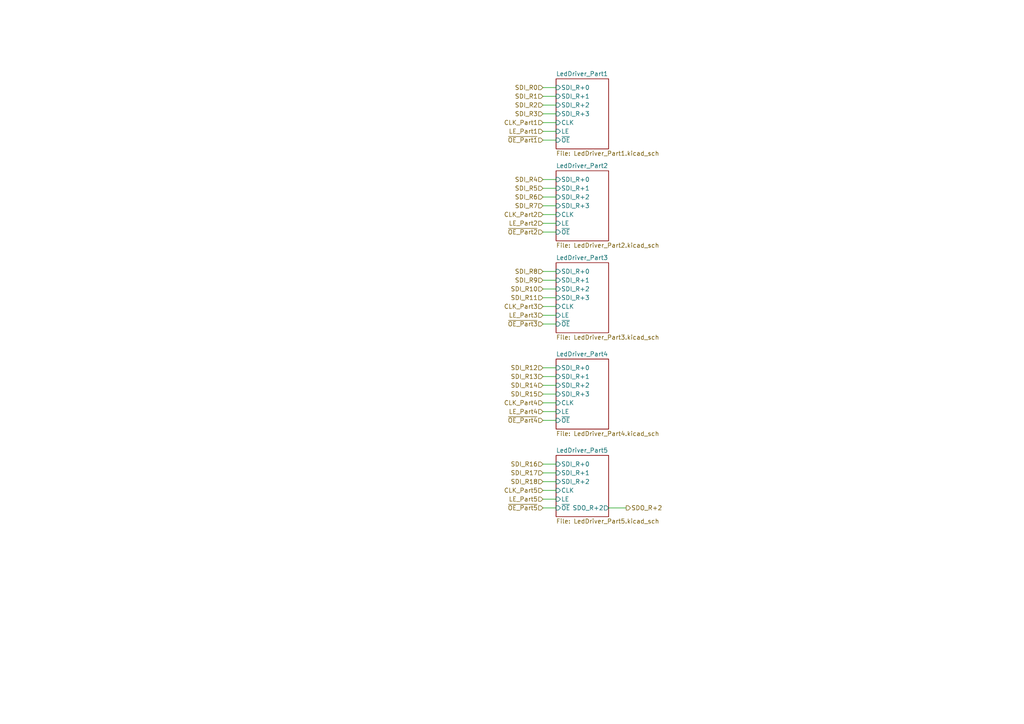
<source format=kicad_sch>
(kicad_sch (version 20230121) (generator eeschema)
  (paper "A4")
  (lib_symbols)
  (wire (pts (xy 157.48 38.1) (xy 161.29 38.1)))
  (wire (pts (xy 157.48 64.77) (xy 161.29 64.77)))
  (wire (pts (xy 157.48 67.31) (xy 161.29 67.31)))
  (wire (pts (xy 157.48 59.69) (xy 161.29 59.69)))
  (wire (pts (xy 157.48 109.22) (xy 161.29 109.22)))
  (wire (pts (xy 157.48 106.68) (xy 161.29 106.68)))
  (wire (pts (xy 157.48 147.32) (xy 161.29 147.32)))
  (wire (pts (xy 157.48 116.84) (xy 161.29 116.84)))
  (wire (pts (xy 157.48 121.92) (xy 161.29 121.92)))
  (wire (pts (xy 157.48 142.24) (xy 161.29 142.24)))
  (wire (pts (xy 157.48 119.38) (xy 161.29 119.38)))
  (wire (pts (xy 176.53 147.32) (xy 181.61 147.32)))
  (wire (pts (xy 157.48 86.36) (xy 161.29 86.36)))
  (wire (pts (xy 157.48 83.82) (xy 161.29 83.82)))
  (wire (pts (xy 157.48 30.48) (xy 161.29 30.48)))
  (wire (pts (xy 157.48 93.98) (xy 161.29 93.98)))
  (wire (pts (xy 157.48 134.62) (xy 161.29 134.62)))
  (wire (pts (xy 157.48 81.28) (xy 161.29 81.28)))
  (wire (pts (xy 157.48 88.9) (xy 161.29 88.9)))
  (wire (pts (xy 157.48 144.78) (xy 161.29 144.78)))
  (wire (pts (xy 157.48 27.94) (xy 161.29 27.94)))
  (wire (pts (xy 157.48 57.15) (xy 161.29 57.15)))
  (wire (pts (xy 157.48 54.61) (xy 161.29 54.61)))
  (wire (pts (xy 157.48 139.7) (xy 161.29 139.7)))
  (wire (pts (xy 157.48 52.07) (xy 161.29 52.07)))
  (wire (pts (xy 157.48 91.44) (xy 161.29 91.44)))
  (wire (pts (xy 157.48 114.3) (xy 161.29 114.3)))
  (wire (pts (xy 157.48 137.16) (xy 161.29 137.16)))
  (wire (pts (xy 157.48 62.23) (xy 161.29 62.23)))
  (wire (pts (xy 157.48 111.76) (xy 161.29 111.76)))
  (wire (pts (xy 157.48 25.4) (xy 161.29 25.4)))
  (wire (pts (xy 157.48 33.02) (xy 161.29 33.02)))
  (wire (pts (xy 157.48 35.56) (xy 161.29 35.56)))
  (wire (pts (xy 157.48 40.64) (xy 161.29 40.64)))
  (wire (pts (xy 157.48 78.74) (xy 161.29 78.74)))
  (hierarchical_label "LE_Part3" (shape input) (at 157.48 91.44 180))
  (hierarchical_label "SDO_R+2" (shape output) (at 181.61 147.32 0))
  (hierarchical_label "SDI_R4" (shape input) (at 157.48 52.07 180))
  (hierarchical_label "SDI_R3" (shape input) (at 157.48 33.02 180))
  (hierarchical_label "SDI_R10" (shape input) (at 157.48 83.82 180))
  (hierarchical_label "~{OE_Part1}" (shape input) (at 157.48 40.64 180))
  (hierarchical_label "SDI_R2" (shape input) (at 157.48 30.48 180))
  (hierarchical_label "CLK_Part5" (shape input) (at 157.48 142.24 180))
  (hierarchical_label "~{OE_Part4}" (shape input) (at 157.48 121.92 180))
  (hierarchical_label "LE_Part4" (shape input) (at 157.48 119.38 180))
  (hierarchical_label "SDI_R9" (shape input) (at 157.48 81.28 180))
  (hierarchical_label "LE_Part5" (shape input) (at 157.48 144.78 180))
  (hierarchical_label "SDI_R11" (shape input) (at 157.48 86.36 180))
  (hierarchical_label "SDI_R15" (shape input) (at 157.48 114.3 180))
  (hierarchical_label "CLK_Part3" (shape input) (at 157.48 88.9 180))
  (hierarchical_label "SDI_R16" (shape input) (at 157.48 134.62 180))
  (hierarchical_label "CLK_Part2" (shape input) (at 157.48 62.23 180))
  (hierarchical_label "SDI_R0" (shape input) (at 157.48 25.4 180))
  (hierarchical_label "~{OE_Part2}" (shape input) (at 157.48 67.31 180))
  (hierarchical_label "SDI_R1" (shape input) (at 157.48 27.94 180))
  (hierarchical_label "LE_Part2" (shape input) (at 157.48 64.77 180))
  (hierarchical_label "SDI_R18" (shape input) (at 157.48 139.7 180))
  (hierarchical_label "CLK_Part4" (shape input) (at 157.48 116.84 180))
  (hierarchical_label "SDI_R7" (shape input) (at 157.48 59.69 180))
  (hierarchical_label "LE_Part1" (shape input) (at 157.48 38.1 180))
  (hierarchical_label "~{OE_Part5}" (shape input) (at 157.48 147.32 180))
  (hierarchical_label "SDI_R5" (shape input) (at 157.48 54.61 180))
  (hierarchical_label "SDI_R8" (shape input) (at 157.48 78.74 180))
  (hierarchical_label "SDI_R12" (shape input) (at 157.48 106.68 180))
  (hierarchical_label "CLK_Part1" (shape input) (at 157.48 35.56 180))
  (hierarchical_label "SDI_R13" (shape input) (at 157.48 109.22 180))
  (hierarchical_label "SDI_R6" (shape input) (at 157.48 57.15 180))
  (hierarchical_label "SDI_R17" (shape input) (at 157.48 137.16 180))
  (hierarchical_label "SDI_R14" (shape input) (at 157.48 111.76 180))
  (hierarchical_label "~{OE_Part3}" (shape input) (at 157.48 93.98 180))
  (sheet (at 161.29 22.86) (size 15.24 20.32)
    (property "Sheetname" "LedDriver_Part1" (at 161.29 22.1484 0) (effects (justify left bottom)))
    (property "Sheetfile" "LedDriver_Part1.kicad_sch" (at 161.29 43.7646 0) (effects (justify left top)))
    (pin "SDI_R+0" input (at 161.29 25.4 180))
    (pin "SDI_R+1" input (at 161.29 27.94 180))
    (pin "SDI_R+2" input (at 161.29 30.48 180))
    (pin "SDI_R+3" input (at 161.29 33.02 180))
    (pin "CLK" input (at 161.29 35.56 180))
    (pin "LE" input (at 161.29 38.1 180))
    (pin "~{OE}" input (at 161.29 40.64 180))
  )
  (sheet (at 161.29 49.53) (size 15.24 20.32)
    (property "Sheetname" "LedDriver_Part2" (at 161.29 48.8184 0) (effects (justify left bottom)))
    (property "Sheetfile" "LedDriver_Part2.kicad_sch" (at 161.29 70.4346 0) (effects (justify left top)))
    (pin "SDI_R+0" input (at 161.29 52.07 180))
    (pin "SDI_R+1" input (at 161.29 54.61 180))
    (pin "SDI_R+2" input (at 161.29 57.15 180))
    (pin "SDI_R+3" input (at 161.29 59.69 180))
    (pin "CLK" input (at 161.29 62.23 180))
    (pin "LE" input (at 161.29 64.77 180))
    (pin "~{OE}" input (at 161.29 67.31 180))
  )
  (sheet (at 161.29 76.2) (size 15.24 20.32)
    (property "Sheetname" "LedDriver_Part3" (at 161.29 75.4884 0) (effects (justify left bottom)))
    (property "Sheetfile" "LedDriver_Part3.kicad_sch" (at 161.29 97.1046 0) (effects (justify left top)))
    (pin "SDI_R+0" input (at 161.29 78.74 180))
    (pin "SDI_R+1" input (at 161.29 81.28 180))
    (pin "SDI_R+2" input (at 161.29 83.82 180))
    (pin "SDI_R+3" input (at 161.29 86.36 180))
    (pin "CLK" input (at 161.29 88.9 180))
    (pin "LE" input (at 161.29 91.44 180))
    (pin "~{OE}" input (at 161.29 93.98 180))
  )
  (sheet (at 161.29 104.14) (size 15.24 20.32)
    (property "Sheetname" "LedDriver_Part4" (at 161.29 103.4284 0) (effects (justify left bottom)))
    (property "Sheetfile" "LedDriver_Part4.kicad_sch" (at 161.29 125.0446 0) (effects (justify left top)))
    (pin "SDI_R+0" input (at 161.29 106.68 180))
    (pin "SDI_R+1" input (at 161.29 109.22 180))
    (pin "SDI_R+2" input (at 161.29 111.76 180))
    (pin "SDI_R+3" input (at 161.29 114.3 180))
    (pin "CLK" input (at 161.29 116.84 180))
    (pin "LE" input (at 161.29 119.38 180))
    (pin "~{OE}" input (at 161.29 121.92 180))
  )
  (sheet (at 161.29 132.08) (size 15.24 17.78)
    (property "Sheetname" "LedDriver_Part5" (at 161.29 131.3684 0) (effects (justify left bottom)))
    (property "Sheetfile" "LedDriver_Part5.kicad_sch" (at 161.29 150.4446 0) (effects (justify left top)))
    (pin "SDI_R+0" input (at 161.29 134.62 180))
    (pin "SDI_R+1" input (at 161.29 137.16 180))
    (pin "SDI_R+2" input (at 161.29 139.7 180))
    (pin "CLK" input (at 161.29 142.24 180))
    (pin "LE" input (at 161.29 144.78 180))
    (pin "~{OE}" input (at 161.29 147.32 180))
    (pin "SDO_R+2" output (at 176.53 147.32 0))
  )
)
</source>
